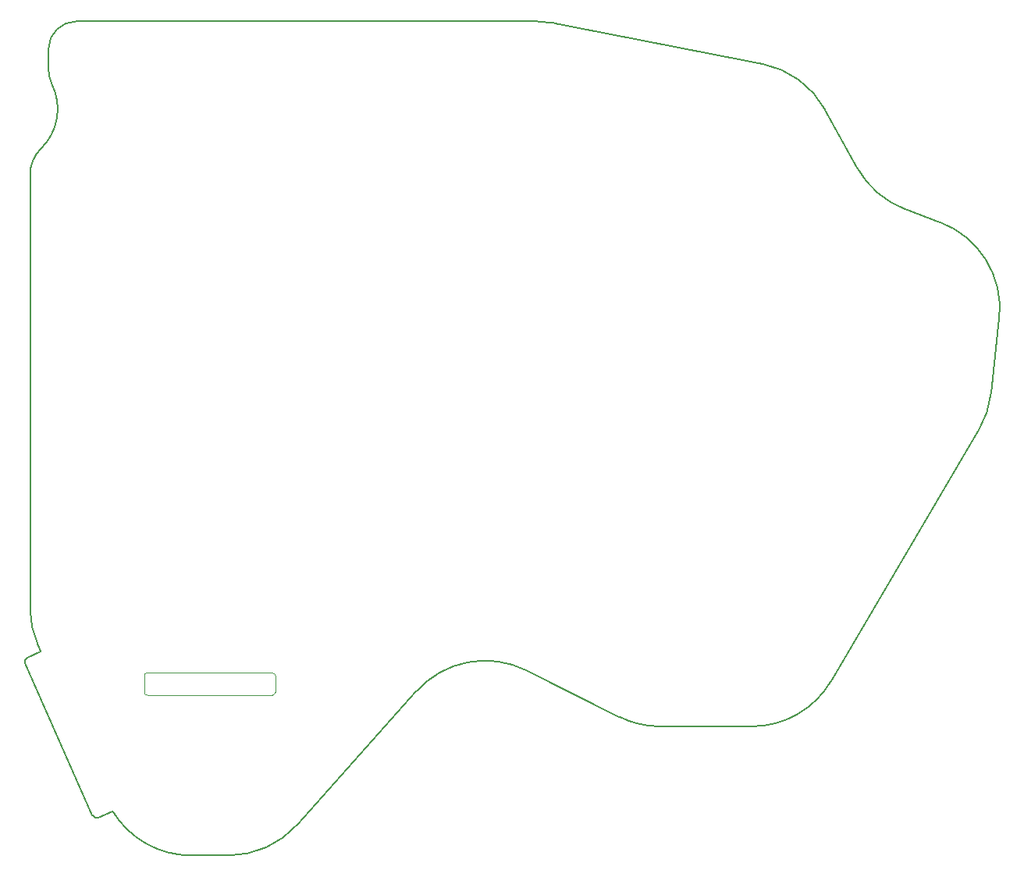
<source format=gbr>
%TF.GenerationSoftware,KiCad,Pcbnew,(6.0.6)*%
%TF.CreationDate,2022-07-28T22:41:48-07:00*%
%TF.ProjectId,right_main_routed,72696768-745f-46d6-9169-6e5f726f7574,v1.0.0*%
%TF.SameCoordinates,Original*%
%TF.FileFunction,Profile,NP*%
%FSLAX46Y46*%
G04 Gerber Fmt 4.6, Leading zero omitted, Abs format (unit mm)*
G04 Created by KiCad (PCBNEW (6.0.6)) date 2022-07-28 22:41:48*
%MOMM*%
%LPD*%
G01*
G04 APERTURE LIST*
%TA.AperFunction,Profile*%
%ADD10C,0.150000*%
%TD*%
%TA.AperFunction,Profile*%
%ADD11C,0.050000*%
%TD*%
G04 APERTURE END LIST*
D10*
X8999999Y56358899D02*
G75*
G03*
X9400000Y54615339I4000001J1D01*
G01*
X15957069Y-24200003D02*
G75*
G03*
X24498731Y-29000000I8541661J5200003D01*
G01*
X109916508Y17158039D02*
G75*
G03*
X111235992Y21123932I-8619308J5070161D01*
G01*
X13772106Y-24623938D02*
G75*
G03*
X14432102Y-24877766I456894J203038D01*
G01*
X7000001Y-2127855D02*
G75*
G03*
X7861885Y-6189240I9999989J-5D01*
G01*
X8164948Y-6871134D02*
X6715471Y-7515346D01*
X60836005Y-8918003D02*
X70888544Y-13944272D01*
X111235992Y21123932D02*
X112138546Y29246911D01*
X85280539Y-15000033D02*
G75*
G03*
X93899881Y-10070201I-39J10000033D01*
G01*
X35981723Y-25663310D02*
X48907308Y-11198965D01*
X86423161Y56899022D02*
X63954606Y61312488D01*
X24498731Y-29000000D02*
X28525162Y-29000000D01*
X93252434Y51915611D02*
G75*
G03*
X86423161Y56899022I-8756734J-4829111D01*
G01*
X12000000Y61500000D02*
X62027153Y61500000D01*
X70888548Y-13944264D02*
G75*
G03*
X75360680Y-15000000I4472152J8944264D01*
G01*
X7000000Y-2127855D02*
X7000000Y44858572D01*
X6715470Y-7515344D02*
G75*
G03*
X6461634Y-8175321I203070J-456906D01*
G01*
X96708950Y45647770D02*
X93252424Y51915605D01*
X28525162Y-29000002D02*
G75*
G03*
X35981723Y-25663310I-2J10000002D01*
G01*
X96708982Y45647787D02*
G75*
G03*
X101975689Y41105605I8756718J4829013D01*
G01*
X60836005Y-8918003D02*
G75*
G03*
X48907309Y-11198964I-4472135J-8944277D01*
G01*
X14432102Y-24877766D02*
X15957070Y-24200002D01*
X7861885Y-6189241D02*
X8164948Y-6871134D01*
X12000000Y61500000D02*
G75*
G03*
X9000000Y58500000I0J-3000000D01*
G01*
X8200001Y47715142D02*
G75*
G03*
X7000000Y44858572I2799999J-2856572D01*
G01*
X93899882Y-10070201D02*
X109916497Y17158046D01*
X63954607Y61312495D02*
G75*
G03*
X62027153Y61500000I-1927407J-9812395D01*
G01*
X8200000Y47715143D02*
G75*
G03*
X9400000Y54615339I-4200000J4284857D01*
G01*
X75360680Y-15000000D02*
X85280539Y-15000000D01*
X6461635Y-8175321D02*
X13772127Y-24623929D01*
X9000000Y56358899D02*
X9000000Y58500000D01*
X105689685Y39722462D02*
X101975689Y41105605D01*
X112138567Y29246909D02*
G75*
G03*
X105689685Y39722462I-9938867J1104291D01*
G01*
D11*
%TO.C,S1*%
X33600000Y-11300000D02*
X33600000Y-9500000D01*
X33300000Y-9200000D02*
X19700000Y-9200000D01*
X19400000Y-9500000D02*
X19400000Y-11300000D01*
X19700000Y-11600000D02*
X33300000Y-11600000D01*
X33300000Y-11600000D02*
G75*
G03*
X33600000Y-11300000I0J300000D01*
G01*
X33600000Y-9500000D02*
G75*
G03*
X33300000Y-9200000I-300000J0D01*
G01*
X19400000Y-11300000D02*
G75*
G03*
X19700000Y-11600000I300000J0D01*
G01*
X19700000Y-9200000D02*
G75*
G03*
X19400000Y-9500000I0J-300000D01*
G01*
%TD*%
M02*

</source>
